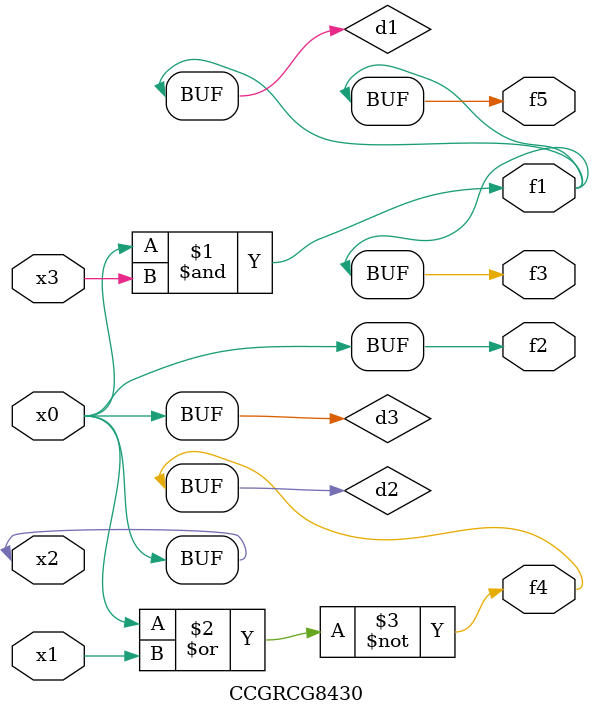
<source format=v>
module CCGRCG8430(
	input x0, x1, x2, x3,
	output f1, f2, f3, f4, f5
);

	wire d1, d2, d3;

	and (d1, x2, x3);
	nor (d2, x0, x1);
	buf (d3, x0, x2);
	assign f1 = d1;
	assign f2 = d3;
	assign f3 = d1;
	assign f4 = d2;
	assign f5 = d1;
endmodule

</source>
